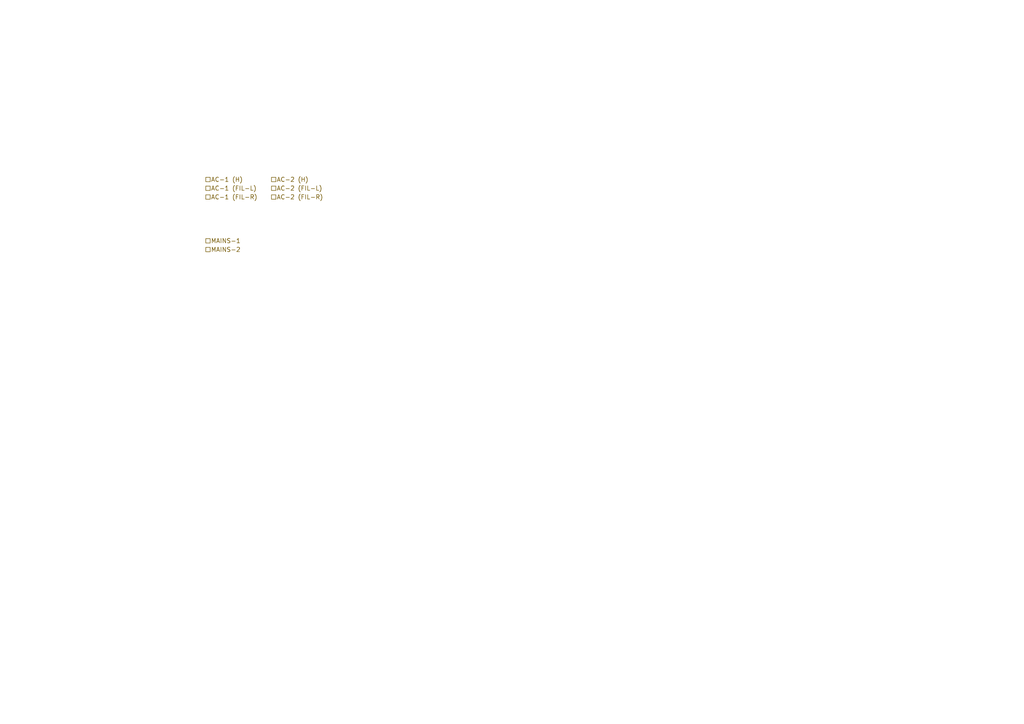
<source format=kicad_sch>
(kicad_sch
	(version 20231120)
	(generator "eeschema")
	(generator_version "8.0")
	(uuid "abbfc9ca-377b-4727-a1d1-c3a959712c37")
	(paper "A4")
	(lib_symbols)
	(hierarchical_label "AC-1 (FIL-R)"
		(shape passive)
		(at 59.69 57.15 0)
		(fields_autoplaced yes)
		(effects
			(font
				(size 1.27 1.27)
			)
			(justify left)
		)
		(uuid "0cf0cfb7-d797-4794-a88c-5f88437317e9")
	)
	(hierarchical_label "AC-1 (H)"
		(shape passive)
		(at 59.69 52.07 0)
		(fields_autoplaced yes)
		(effects
			(font
				(size 1.27 1.27)
			)
			(justify left)
		)
		(uuid "1a62cb19-79ef-4587-9ff7-702a82b9541c")
	)
	(hierarchical_label "AC-2 (FIL-L)"
		(shape passive)
		(at 78.74 54.61 0)
		(fields_autoplaced yes)
		(effects
			(font
				(size 1.27 1.27)
			)
			(justify left)
		)
		(uuid "3409c483-b115-47f5-8ffe-95fc2b93eb78")
	)
	(hierarchical_label "AC-2 (H)"
		(shape passive)
		(at 78.74 52.07 0)
		(fields_autoplaced yes)
		(effects
			(font
				(size 1.27 1.27)
			)
			(justify left)
		)
		(uuid "38f2d0aa-591d-45fb-9073-c853713e12ab")
	)
	(hierarchical_label "AC-1 (FIL-L)"
		(shape passive)
		(at 59.69 54.61 0)
		(fields_autoplaced yes)
		(effects
			(font
				(size 1.27 1.27)
			)
			(justify left)
		)
		(uuid "6d570958-4682-4551-9621-bd13f4e7cda0")
	)
	(hierarchical_label "MAINS-2"
		(shape passive)
		(at 59.69 72.39 0)
		(fields_autoplaced yes)
		(effects
			(font
				(size 1.27 1.27)
			)
			(justify left)
		)
		(uuid "9dcef324-6ccc-4cea-ac3d-e69df51e3062")
	)
	(hierarchical_label "AC-2 (FIL-R)"
		(shape passive)
		(at 78.74 57.15 0)
		(fields_autoplaced yes)
		(effects
			(font
				(size 1.27 1.27)
			)
			(justify left)
		)
		(uuid "e36c6704-0120-4c90-830c-10e81d0b3e2b")
	)
	(hierarchical_label "MAINS-1"
		(shape passive)
		(at 59.69 69.85 0)
		(fields_autoplaced yes)
		(effects
			(font
				(size 1.27 1.27)
			)
			(justify left)
		)
		(uuid "f1115007-658a-4396-a051-6b6849664c8b")
	)
)

</source>
